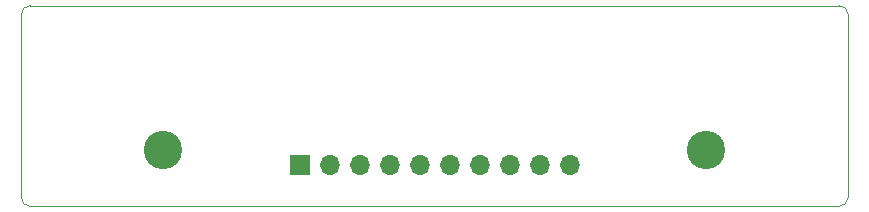
<source format=gbr>
%TF.GenerationSoftware,KiCad,Pcbnew,7.0.1*%
%TF.CreationDate,2023-08-30T00:52:31-03:00*%
%TF.ProjectId,QRE1113_Line_Sensors_x8,51524531-3131-4335-9f4c-696e655f5365,rev?*%
%TF.SameCoordinates,Original*%
%TF.FileFunction,Soldermask,Top*%
%TF.FilePolarity,Negative*%
%FSLAX46Y46*%
G04 Gerber Fmt 4.6, Leading zero omitted, Abs format (unit mm)*
G04 Created by KiCad (PCBNEW 7.0.1) date 2023-08-30 00:52:31*
%MOMM*%
%LPD*%
G01*
G04 APERTURE LIST*
%ADD10C,3.250000*%
%ADD11R,1.700000X1.700000*%
%ADD12O,1.700000X1.700000*%
%TA.AperFunction,Profile*%
%ADD13C,0.100000*%
%TD*%
G04 APERTURE END LIST*
D10*
%TO.C,H1*%
X136990000Y-70450000D03*
%TD*%
%TO.C,H2*%
X183000000Y-70450000D03*
%TD*%
D11*
%TO.C,J1*%
X148565000Y-71752000D03*
D12*
X151105000Y-71752000D03*
X153645000Y-71752000D03*
X156185000Y-71752000D03*
X158725000Y-71752000D03*
X161265000Y-71752000D03*
X163805000Y-71752000D03*
X166345000Y-71752000D03*
X168885000Y-71752000D03*
X171425000Y-71752000D03*
%TD*%
D13*
X194250000Y-75250000D02*
X125750000Y-75250000D01*
X125750000Y-58250000D02*
X194250000Y-58250000D01*
X195000000Y-59000000D02*
X195000000Y-74500000D01*
X195000000Y-59000000D02*
G75*
G03*
X194250000Y-58250000I-750000J0D01*
G01*
X125000000Y-74500000D02*
X125000000Y-59000000D01*
X125000000Y-74500000D02*
G75*
G03*
X125750000Y-75250000I750000J0D01*
G01*
X194250000Y-75250000D02*
G75*
G03*
X195000000Y-74500000I0J750000D01*
G01*
X125750000Y-58250000D02*
G75*
G03*
X125000000Y-59000000I0J-750000D01*
G01*
M02*

</source>
